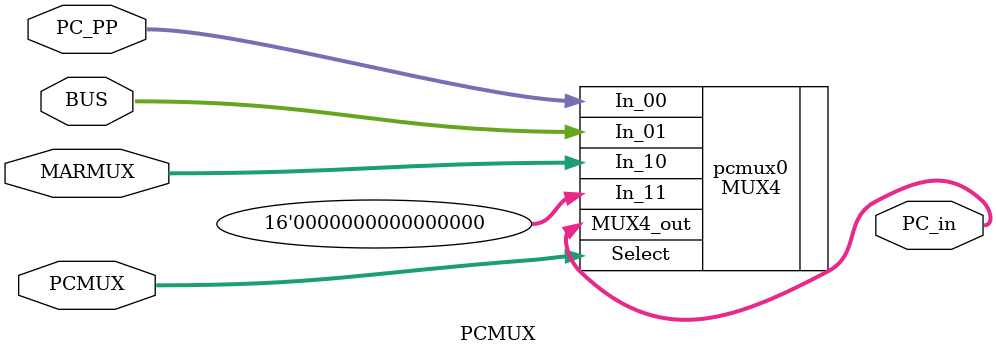
<source format=sv>
module PCMUX(	input logic [15:0] PC_PP, BUS, MARMUX,
					input logic [1:0] PCMUX,
					output logic [15:0] PC_in);

MUX4 pcmux0(.Select(PCMUX), .In_00(PC_PP), 
.In_01(BUS), .In_10(MARMUX), .In_11(16'b0000000000000000), .MUX4_out(PC_in));

endmodule

</source>
